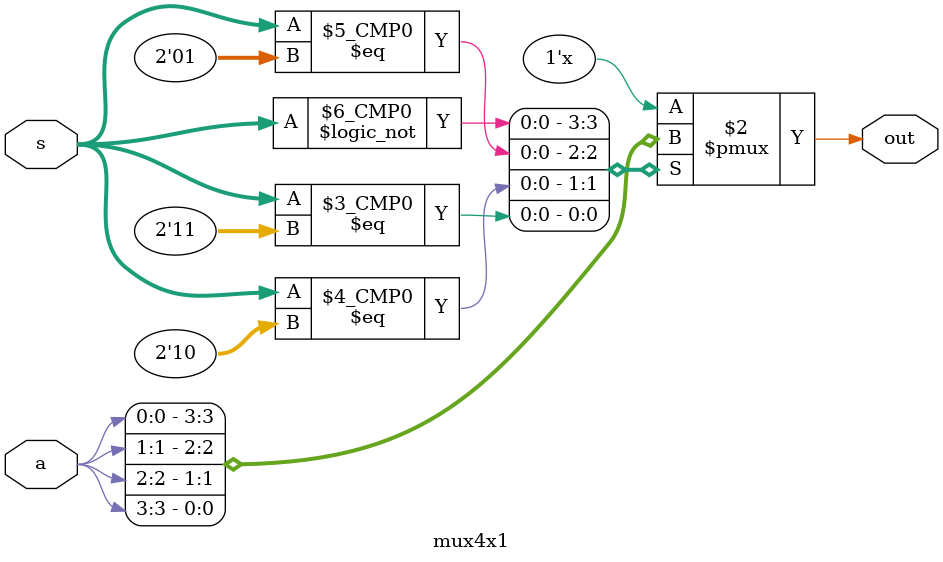
<source format=v>
module mux4x1(a,s,out);
input[3:0]a;
input[1:0]s;
output reg out;
always @(s)begin
case({s})
	2'b00 :out=a[0];
	2'b01 :out=a[1];
	2'b10 :out=a[2];
	2'b11 :out=a[3];
endcase
end
endmodule

</source>
